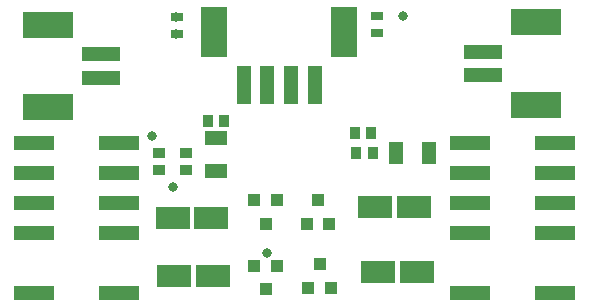
<source format=gts>
G04*
G04 #@! TF.GenerationSoftware,Altium Limited,Altium Designer,19.0.12 (326)*
G04*
G04 Layer_Color=8388736*
%FSLAX25Y25*%
%MOIN*%
G70*
G01*
G75*
%ADD16R,0.03950X0.03162*%
%ADD17R,0.16548X0.08674*%
%ADD18R,0.12611X0.04737*%
%ADD19R,0.03556X0.04343*%
%ADD20R,0.13241X0.04737*%
%ADD21R,0.04540X0.07493*%
%ADD22R,0.11824X0.07493*%
%ADD23R,0.03950X0.04343*%
%ADD24R,0.04343X0.03556*%
%ADD25R,0.04737X0.12611*%
%ADD26R,0.08674X0.16548*%
%ADD27R,0.07493X0.04540*%
%ADD28C,0.03162*%
D16*
X400000Y326716D02*
D03*
Y321008D02*
D03*
X466500Y321362D02*
D03*
Y327071D02*
D03*
D17*
X357000Y324000D02*
D03*
Y296440D02*
D03*
X519685Y297244D02*
D03*
Y324804D02*
D03*
D18*
X374717Y306283D02*
D03*
Y314157D02*
D03*
X501968Y314961D02*
D03*
Y307087D02*
D03*
D19*
X415756Y292047D02*
D03*
X410244D02*
D03*
X459244Y288000D02*
D03*
X464756D02*
D03*
X459744Y281217D02*
D03*
X465256D02*
D03*
D20*
X526000Y284717D02*
D03*
Y274716D02*
D03*
Y264717D02*
D03*
Y254716D02*
D03*
Y234717D02*
D03*
X497496Y284717D02*
D03*
Y274716D02*
D03*
Y264717D02*
D03*
Y254716D02*
D03*
Y234717D02*
D03*
X380752Y284717D02*
D03*
Y274716D02*
D03*
Y264717D02*
D03*
Y254716D02*
D03*
Y234717D02*
D03*
X352248Y284717D02*
D03*
Y274716D02*
D03*
Y264717D02*
D03*
Y254716D02*
D03*
Y234717D02*
D03*
D21*
X472988Y281217D02*
D03*
X484012D02*
D03*
D22*
X466102Y263216D02*
D03*
X478898D02*
D03*
X467102Y241717D02*
D03*
X479898D02*
D03*
X398602Y259717D02*
D03*
X411398D02*
D03*
X399102Y240216D02*
D03*
X411898D02*
D03*
D23*
X443760Y236280D02*
D03*
X451240D02*
D03*
X447500Y244153D02*
D03*
X443260Y257563D02*
D03*
X450740D02*
D03*
X447000Y265437D02*
D03*
X433240Y243653D02*
D03*
X425760D02*
D03*
X429500Y235780D02*
D03*
X433240Y265437D02*
D03*
X425760D02*
D03*
X429500Y257563D02*
D03*
D24*
X403000Y275705D02*
D03*
Y281217D02*
D03*
X394000Y275705D02*
D03*
Y281217D02*
D03*
D25*
X445811Y303748D02*
D03*
X437937D02*
D03*
X422189D02*
D03*
X430063D02*
D03*
D26*
X455654Y321464D02*
D03*
X412346D02*
D03*
D27*
X413000Y286228D02*
D03*
Y275205D02*
D03*
D28*
X465748Y263386D02*
D03*
X450787Y257480D02*
D03*
X447000Y265437D02*
D03*
X429921Y248031D02*
D03*
X433240Y243653D02*
D03*
X429528Y257480D02*
D03*
X422441Y303937D02*
D03*
X447638Y244289D02*
D03*
X425591Y265354D02*
D03*
X399102Y240158D02*
D03*
X380906Y284449D02*
D03*
Y264764D02*
D03*
X352362D02*
D03*
X399606Y326716D02*
D03*
Y320866D02*
D03*
X410433Y292323D02*
D03*
X445866Y303748D02*
D03*
X473425Y281496D02*
D03*
X521654Y284449D02*
D03*
X525000Y255000D02*
D03*
X501500Y264717D02*
D03*
X500000Y274882D02*
D03*
X391500Y287000D02*
D03*
X398602Y269898D02*
D03*
X475146Y327071D02*
D03*
M02*

</source>
